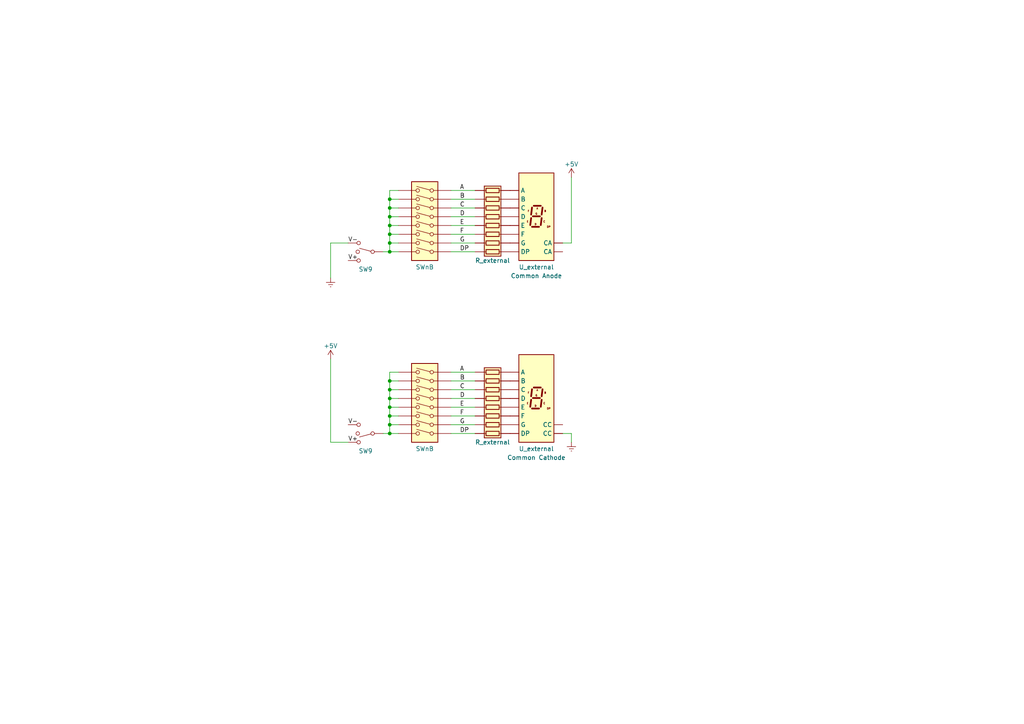
<source format=kicad_sch>
(kicad_sch (version 20211123) (generator eeschema)
  (paper "A4")
  (title_block (title "External Connection Diagram") (date "2022-08-13") (rev "v01") (comment 1 "https://creativecommons.org/licenses/by/4.0/") (comment 2 "License: CC BY 4.0") (comment 3 "Author: John Zhang"))
  (lib_symbols
    (symbol "Device:R_Pack08" (pin_numbers hide) (pin_names (offset 0) hide)
      (property "Reference" "RN" (at -12.7 0 90))
      (property "Value" "R_Pack08" (at 10.16 0 90))
      (symbol "R_Pack08_0_1"
        (rectangle (start -11.43 -2.413) (end 8.89 2.413) (stroke (width 0.254)) (fill (type background)))
        (rectangle (start -10.795 1.905) (end -9.525 -1.905) (stroke (width 0.254)))
        (rectangle (start -8.255 1.905) (end -6.985 -1.905) (stroke (width 0.254)))
        (rectangle (start -5.715 1.905) (end -4.445 -1.905) (stroke (width 0.254)))
        (rectangle (start -3.175 1.905) (end -1.905 -1.905) (stroke (width 0.254)))
        (rectangle (start -0.635 1.905) (end 0.635 -1.905) (stroke (width 0.254)))
        (polyline (pts (xy -10.16 -2.54) (xy -10.16 -1.905)))
        (polyline (pts (xy -10.16 1.905) (xy -10.16 2.54)))
        (polyline (pts (xy -7.62 -2.54) (xy -7.62 -1.905)))
        (polyline (pts (xy -7.62 1.905) (xy -7.62 2.54)))
        (polyline (pts (xy -5.08 -2.54) (xy -5.08 -1.905)))
        (polyline (pts (xy -5.08 1.905) (xy -5.08 2.54)))
        (polyline (pts (xy -2.54 -2.54) (xy -2.54 -1.905)))
        (polyline (pts (xy -2.54 1.905) (xy -2.54 2.54)))
        (polyline (pts (xy 0 -2.54) (xy 0 -1.905)))
        (polyline (pts (xy 0 1.905) (xy 0 2.54)))
        (polyline (pts (xy 2.54 -2.54) (xy 2.54 -1.905)))
        (polyline (pts (xy 2.54 1.905) (xy 2.54 2.54)))
        (polyline (pts (xy 5.08 -2.54) (xy 5.08 -1.905)))
        (polyline (pts (xy 5.08 1.905) (xy 5.08 2.54)))
        (polyline (pts (xy 7.62 -2.54) (xy 7.62 -1.905)))
        (polyline (pts (xy 7.62 1.905) (xy 7.62 2.54)))
        (rectangle (start 1.905 1.905) (end 3.175 -1.905) (stroke (width 0.254)))
        (rectangle (start 4.445 1.905) (end 5.715 -1.905) (stroke (width 0.254)))
        (rectangle (start 6.985 1.905) (end 8.255 -1.905) (stroke (width 0.254)))
      )
      (symbol "R_Pack08_1_1"
        (pin passive line (at -10.16 -5.08 90) (length 2.54) (name "R1.1") (number "1"))
        (pin passive line (at 5.08 5.08 270) (length 2.54) (name "R7.2") (number "10"))
        (pin passive line (at 2.54 5.08 270) (length 2.54) (name "R6.2") (number "11"))
        (pin passive line (at 0 5.08 270) (length 2.54) (name "R5.2") (number "12"))
        (pin passive line (at -2.54 5.08 270) (length 2.54) (name "R4.2") (number "13"))
        (pin passive line (at -5.08 5.08 270) (length 2.54) (name "R3.2") (number "14"))
        (pin passive line (at -7.62 5.08 270) (length 2.54) (name "R2.2") (number "15"))
        (pin passive line (at -10.16 5.08 270) (length 2.54) (name "R1.2") (number "16"))
        (pin passive line (at -7.62 -5.08 90) (length 2.54) (name "R2.1") (number "2"))
        (pin passive line (at -5.08 -5.08 90) (length 2.54) (name "R3.1") (number "3"))
        (pin passive line (at -2.54 -5.08 90) (length 2.54) (name "R4.1") (number "4"))
        (pin passive line (at 0 -5.08 90) (length 2.54) (name "R5.1") (number "5"))
        (pin passive line (at 2.54 -5.08 90) (length 2.54) (name "R6.1") (number "6"))
        (pin passive line (at 5.08 -5.08 90) (length 2.54) (name "R7.1") (number "7"))
        (pin passive line (at 7.62 -5.08 90) (length 2.54) (name "R8.1") (number "8"))
        (pin passive line (at 7.62 5.08 270) (length 2.54) (name "R8.2") (number "9"))
      )
    )
    (symbol "Display_Character:HDSP-7801" (pin_numbers hide)
      (property "Reference" "U" (at -3.81 13.97 0))
      (property "Value" "HDSP-7801" (at 6.35 13.97 0))
      (symbol "HDSP-7801_1_0"
        (text "A" (at 0.254 2.413 0) (effects (font (size 0.508 0.508))))
        (text "B" (at 2.54 1.651 0) (effects (font (size 0.508 0.508))))
        (text "C" (at 2.286 -1.397 0) (effects (font (size 0.508 0.508))))
        (text "D" (at -0.254 -2.159 0) (effects (font (size 0.508 0.508))))
        (text "DP" (at 3.556 -2.921 0) (effects (font (size 0.508 0.508))))
        (text "E" (at -2.54 -1.397 0) (effects (font (size 0.508 0.508))))
        (text "F" (at -2.286 1.651 0) (effects (font (size 0.508 0.508))))
        (text "G" (at 0 0.889 0) (effects (font (size 0.508 0.508))))
      )
      (symbol "HDSP-7801_1_1"
        (rectangle (start -5.08 12.7) (end 5.08 -12.7) (stroke (width 0.254)) (fill (type background)))
        (polyline (pts (xy -1.524 -0.381) (xy -1.778 -2.413)) (stroke (width 0.508)))
        (polyline (pts (xy -1.27 -2.921) (xy 0.762 -2.921)) (stroke (width 0.508)))
        (polyline (pts (xy -1.27 2.667) (xy -1.524 0.635)) (stroke (width 0.508)))
        (polyline (pts (xy -1.016 0.127) (xy 1.016 0.127)) (stroke (width 0.508)))
        (polyline (pts (xy -0.762 3.175) (xy 1.27 3.175)) (stroke (width 0.508)))
        (polyline (pts (xy 1.524 -0.381) (xy 1.27 -2.413)) (stroke (width 0.508)))
        (polyline (pts (xy 1.778 2.667) (xy 1.524 0.635)) (stroke (width 0.508)))
        (polyline (pts (xy 2.54 -2.921) (xy 2.54 -2.921)) (stroke (width 0.508)))
        (pin input line (at 7.62 -7.62 180) (length 2.54) (name "CA") (number "1"))
        (pin input line (at -7.62 7.62 0) (length 2.54) (name "A") (number "10"))
        (pin input line (at -7.62 -5.08 0) (length 2.54) (name "F") (number "2"))
        (pin input line (at -7.62 -7.62 0) (length 2.54) (name "G") (number "3"))
        (pin input line (at -7.62 -2.54 0) (length 2.54) (name "E") (number "4"))
        (pin input line (at -7.62 0 0) (length 2.54) (name "D") (number "5"))
        (pin input line (at 7.62 -10.16 180) (length 2.54) (name "CA") (number "6"))
        (pin input line (at -7.62 -10.16 0) (length 2.54) (name "DP") (number "7"))
        (pin input line (at -7.62 2.54 0) (length 2.54) (name "C") (number "8"))
        (pin input line (at -7.62 5.08 0) (length 2.54) (name "B") (number "9"))
      )
    )
    (symbol "Display_Character:HDSP-7803" (pin_numbers hide)
      (property "Reference" "U" (at -3.81 13.97 0))
      (property "Value" "HDSP-7803" (at 6.35 13.97 0))
      (symbol "HDSP-7803_1_0"
        (text "A" (at 0.254 2.413 0) (effects (font (size 0.508 0.508))))
        (text "B" (at 2.54 1.651 0) (effects (font (size 0.508 0.508))))
        (text "C" (at 2.286 -1.397 0) (effects (font (size 0.508 0.508))))
        (text "D" (at -0.254 -2.159 0) (effects (font (size 0.508 0.508))))
        (text "DP" (at 3.556 -2.921 0) (effects (font (size 0.508 0.508))))
        (text "E" (at -2.54 -1.397 0) (effects (font (size 0.508 0.508))))
        (text "F" (at -2.286 1.651 0) (effects (font (size 0.508 0.508))))
        (text "G" (at 0 0.889 0) (effects (font (size 0.508 0.508))))
      )
      (symbol "HDSP-7803_1_1"
        (rectangle (start -5.08 12.7) (end 5.08 -12.7) (stroke (width 0.254)) (fill (type background)))
        (polyline (pts (xy -1.524 -0.381) (xy -1.778 -2.413)) (stroke (width 0.508)))
        (polyline (pts (xy -1.27 -2.921) (xy 0.762 -2.921)) (stroke (width 0.508)))
        (polyline (pts (xy -1.27 2.667) (xy -1.524 0.635)) (stroke (width 0.508)))
        (polyline (pts (xy -1.016 0.127) (xy 1.016 0.127)) (stroke (width 0.508)))
        (polyline (pts (xy -0.762 3.175) (xy 1.27 3.175)) (stroke (width 0.508)))
        (polyline (pts (xy 1.524 -0.381) (xy 1.27 -2.413)) (stroke (width 0.508)))
        (polyline (pts (xy 1.778 2.667) (xy 1.524 0.635)) (stroke (width 0.508)))
        (polyline (pts (xy 2.54 -2.921) (xy 2.54 -2.921)) (stroke (width 0.508)))
        (pin input line (at 7.62 -7.62 180) (length 2.54) (name "CC") (number "1"))
        (pin input line (at -7.62 7.62 0) (length 2.54) (name "A") (number "10"))
        (pin input line (at -7.62 -5.08 0) (length 2.54) (name "F") (number "2"))
        (pin input line (at -7.62 -7.62 0) (length 2.54) (name "G") (number "3"))
        (pin input line (at -7.62 -2.54 0) (length 2.54) (name "E") (number "4"))
        (pin input line (at -7.62 0 0) (length 2.54) (name "D") (number "5"))
        (pin input line (at 7.62 -10.16 180) (length 2.54) (name "CC") (number "6"))
        (pin input line (at -7.62 -10.16 0) (length 2.54) (name "DP") (number "7"))
        (pin input line (at -7.62 2.54 0) (length 2.54) (name "C") (number "8"))
        (pin input line (at -7.62 5.08 0) (length 2.54) (name "B") (number "9"))
      )
    )
    (symbol "SW_DIP_x08_1" (pin_numbers hide) (pin_names (offset 0) hide)
      (property "Reference" "SW" (at 0 13.97 0))
      (property "Value" "SW_DIP_x08_1" (at 0 -11.43 0))
      (symbol "SW_DIP_x08_1_0_0"
        (circle (center -2.032 -7.62) (radius 0.508))
        (circle (center -2.032 -5.08) (radius 0.508))
        (circle (center -2.032 -2.54) (radius 0.508))
        (circle (center -2.032 0) (radius 0.508))
        (circle (center -2.032 2.54) (radius 0.508))
        (circle (center -2.032 5.08) (radius 0.508))
        (circle (center -2.032 7.62) (radius 0.508))
        (circle (center -2.032 10.16) (radius 0.508))
        (polyline (pts (xy -1.524 -7.4676) (xy 2.3622 -6.4262)))
        (polyline (pts (xy -1.524 -4.9276) (xy 2.3622 -3.8862)))
        (polyline (pts (xy -1.524 -2.3876) (xy 2.3622 -1.3462)))
        (polyline (pts (xy -1.524 0.127) (xy 2.3622 1.1684)))
        (polyline (pts (xy -1.524 2.667) (xy 2.3622 3.7084)))
        (polyline (pts (xy -1.524 5.207) (xy 2.3622 6.2484)))
        (polyline (pts (xy -1.524 7.747) (xy 2.3622 8.7884)))
        (polyline (pts (xy -1.524 10.287) (xy 2.3622 11.3284)))
        (circle (center 2.032 -7.62) (radius 0.508))
        (circle (center 2.032 -5.08) (radius 0.508))
        (circle (center 2.032 -2.54) (radius 0.508))
        (circle (center 2.032 0) (radius 0.508))
        (circle (center 2.032 2.54) (radius 0.508))
        (circle (center 2.032 5.08) (radius 0.508))
        (circle (center 2.032 7.62) (radius 0.508))
        (circle (center 2.032 10.16) (radius 0.508))
      )
      (symbol "SW_DIP_x08_1_0_1"
        (rectangle (start -3.81 12.7) (end 3.81 -10.16) (stroke (width 0.254)) (fill (type background)))
      )
      (symbol "SW_DIP_x08_1_1_1"
        (pin passive line (at -7.62 10.16 0) (length 5.08) (name "~") (number "1"))
        (pin passive line (at 7.62 -5.08 180) (length 5.08) (name "~") (number "10"))
        (pin passive line (at 7.62 -2.54 180) (length 5.08) (name "~") (number "11"))
        (pin passive line (at 7.62 0 180) (length 5.08) (name "~") (number "12"))
        (pin passive line (at 7.62 2.54 180) (length 5.08) (name "~") (number "13"))
        (pin passive line (at 7.62 5.08 180) (length 5.08) (name "~") (number "14"))
        (pin passive line (at 7.62 7.62 180) (length 5.08) (name "~") (number "15"))
        (pin passive line (at 7.62 10.16 180) (length 5.08) (name "~") (number "16"))
        (pin passive line (at -7.62 7.62 0) (length 5.08) (name "~") (number "2"))
        (pin passive line (at -7.62 5.08 0) (length 5.08) (name "~") (number "3"))
        (pin passive line (at -7.62 2.54 0) (length 5.08) (name "~") (number "4"))
        (pin passive line (at -7.62 0 0) (length 5.08) (name "~") (number "5"))
        (pin passive line (at -7.62 -2.54 0) (length 5.08) (name "~") (number "6"))
        (pin passive line (at -7.62 -5.08 0) (length 5.08) (name "~") (number "7"))
        (pin passive line (at -7.62 -7.62 0) (length 5.08) (name "~") (number "8"))
        (pin passive line (at 7.62 -7.62 180) (length 5.08) (name "~") (number "9"))
      )
    )
    (symbol "SW_SPDT_MSM_1" (pin_numbers hide) (pin_names (offset 0) hide)
      (property "Reference" "SW" (at 0 5.08 0))
      (property "Value" "SW_SPDT_MSM_1" (at 0 -5.08 0))
      (symbol "SW_SPDT_MSM_1_0_0"
        (circle (center -2.032 0) (radius 0.508))
        (polyline (pts (xy -1.524 0.127) (xy 1.778 1.016)))
        (circle (center 2.032 -2.54) (radius 0.508))
      )
      (symbol "SW_SPDT_MSM_1_0_1"
        (circle (center 2.032 2.54) (radius 0.508))
        (circle (center 2.286 0) (radius 0.508))
      )
      (symbol "SW_SPDT_MSM_1_1_1"
        (pin passive line (at 5.08 2.54 180) (length 2.54) (name "1") (number "1"))
        (pin passive line (at -5.08 0 0) (length 2.54) (name "2") (number "2"))
        (pin passive line (at 5.08 -2.54 180) (length 2.54) (name "3") (number "3"))
      )
    )
    (symbol "Switch:SW_SPDT_MSM" (pin_numbers hide) (pin_names (offset 0) hide)
      (property "Reference" "SW" (at 0 5.08 0))
      (property "Value" "SW_SPDT_MSM" (at 0 -5.08 0))
      (symbol "SW_SPDT_MSM_0_0"
        (circle (center -2.032 0) (radius 0.508))
        (polyline (pts (xy -1.524 0.127) (xy 1.778 1.016)))
        (circle (center 2.032 -2.54) (radius 0.508))
      )
      (symbol "SW_SPDT_MSM_0_1"
        (circle (center 2.032 2.54) (radius 0.508))
        (circle (center 2.286 0) (radius 0.508))
      )
      (symbol "SW_SPDT_MSM_1_1"
        (pin passive line (at 5.08 2.54 180) (length 2.54) (name "1") (number "1"))
        (pin passive line (at -5.08 0 0) (length 2.54) (name "2") (number "2"))
        (pin passive line (at 5.08 -2.54 180) (length 2.54) (name "3") (number "3"))
      )
    )
    (symbol "power:+5V" (power) (pin_names (offset 0))
      (property "Value" "+5V" (at 0 3.556 0))
      (symbol "+5V_0_1"
        (polyline (pts (xy -0.762 1.27) (xy 0 2.54)))
        (polyline (pts (xy 0 0) (xy 0 2.54)))
        (polyline (pts (xy 0 2.54) (xy 0.762 1.27)))
      )
      (symbol "+5V_1_1"
        (pin power_in line (at 0 0 90) (length 0) hide (name "+5V") (number "1"))
      )
    )
    (symbol "power:Earth" (power) (pin_names (offset 0))
      (symbol "Earth_0_1"
        (polyline (pts (xy -0.635 -1.905) (xy 0.635 -1.905)))
        (polyline (pts (xy -0.127 -2.54) (xy 0.127 -2.54)))
        (polyline (pts (xy 0 -1.27) (xy 0 0)))
        (polyline (pts (xy 1.27 -1.27) (xy -1.27 -1.27)))
      )
      (symbol "Earth_1_1"
        (pin power_in line (at 0 0 270) (length 0) hide (name "Earth") (number "1"))
      )
    )
  )
  (junction (at 113.03 123.19))
  (junction (at 113.03 57.785))
  (junction (at 113.03 113.03))
  (junction (at 113.03 60.325))
  (junction (at 113.03 115.57))
  (junction (at 113.03 67.945))
  (junction (at 113.03 120.65))
  (junction (at 113.03 118.11))
  (junction (at 113.03 110.49))
  (junction (at 113.03 62.865))
  (junction (at 113.03 70.485))
  (junction (at 113.03 125.73))
  (junction (at 113.03 65.405))
  (junction (at 113.03 73.025))
  (wire (pts (xy 113.03 110.49) (xy 113.03 113.03)))
  (wire (pts (xy 95.885 70.485) (xy 95.885 80.645)))
  (wire (pts (xy 113.03 57.785) (xy 113.03 60.325)))
  (wire (pts (xy 130.81 57.785) (xy 137.795 57.785)))
  (wire (pts (xy 115.57 55.245) (xy 113.03 55.245)))
  (wire (pts (xy 113.03 110.49) (xy 115.57 110.49)))
  (wire (pts (xy 95.885 70.485) (xy 100.965 70.485)))
  (wire (pts (xy 113.03 62.865) (xy 115.57 62.865)))
  (wire (pts (xy 163.195 70.485) (xy 165.735 70.485)))
  (wire (pts (xy 113.03 107.95) (xy 113.03 110.49)))
  (wire (pts (xy 113.03 62.865) (xy 113.03 65.405)))
  (wire (pts (xy 130.81 115.57) (xy 137.795 115.57)))
  (wire (pts (xy 113.03 57.785) (xy 115.57 57.785)))
  (wire (pts (xy 113.03 120.65) (xy 115.57 120.65)))
  (wire (pts (xy 111.125 125.73) (xy 113.03 125.73)))
  (wire (pts (xy 130.81 62.865) (xy 137.795 62.865)))
  (wire (pts (xy 113.03 115.57) (xy 113.03 118.11)))
  (wire (pts (xy 115.57 107.95) (xy 113.03 107.95)))
  (wire (pts (xy 130.81 67.945) (xy 137.795 67.945)))
  (wire (pts (xy 130.81 120.65) (xy 137.795 120.65)))
  (wire (pts (xy 130.81 118.11) (xy 137.795 118.11)))
  (wire (pts (xy 130.81 123.19) (xy 137.795 123.19)))
  (wire (pts (xy 130.81 73.025) (xy 137.795 73.025)))
  (wire (pts (xy 130.81 110.49) (xy 137.795 110.49)))
  (wire (pts (xy 130.81 65.405) (xy 137.795 65.405)))
  (wire (pts (xy 113.03 70.485) (xy 115.57 70.485)))
  (wire (pts (xy 113.03 67.945) (xy 113.03 70.485)))
  (wire (pts (xy 113.03 118.11) (xy 115.57 118.11)))
  (wire (pts (xy 113.03 55.245) (xy 113.03 57.785)))
  (wire (pts (xy 113.03 67.945) (xy 115.57 67.945)))
  (wire (pts (xy 113.03 115.57) (xy 115.57 115.57)))
  (wire (pts (xy 130.81 113.03) (xy 137.795 113.03)))
  (wire (pts (xy 113.03 123.19) (xy 113.03 125.73)))
  (wire (pts (xy 165.735 128.27) (xy 165.735 125.73)))
  (wire (pts (xy 113.03 60.325) (xy 115.57 60.325)))
  (wire (pts (xy 113.03 70.485) (xy 113.03 73.025)))
  (wire (pts (xy 113.03 123.19) (xy 115.57 123.19)))
  (wire (pts (xy 113.03 65.405) (xy 115.57 65.405)))
  (wire (pts (xy 113.03 113.03) (xy 115.57 113.03)))
  (wire (pts (xy 113.03 65.405) (xy 113.03 67.945)))
  (wire (pts (xy 113.03 120.65) (xy 113.03 123.19)))
  (wire (pts (xy 130.81 125.73) (xy 137.795 125.73)))
  (wire (pts (xy 165.735 51.435) (xy 165.735 70.485)))
  (wire (pts (xy 113.03 73.025) (xy 115.57 73.025)))
  (wire (pts (xy 130.81 60.325) (xy 137.795 60.325)))
  (wire (pts (xy 113.03 60.325) (xy 113.03 62.865)))
  (wire (pts (xy 111.125 73.025) (xy 113.03 73.025)))
  (wire (pts (xy 130.81 55.245) (xy 137.795 55.245)))
  (wire (pts (xy 113.03 118.11) (xy 113.03 120.65)))
  (wire (pts (xy 165.735 125.73) (xy 163.195 125.73)))
  (wire (pts (xy 130.81 70.485) (xy 137.795 70.485)))
  (wire (pts (xy 95.885 128.27) (xy 100.965 128.27)))
  (wire (pts (xy 113.03 125.73) (xy 115.57 125.73)))
  (wire (pts (xy 113.03 113.03) (xy 113.03 115.57)))
  (wire (pts (xy 95.885 104.14) (xy 95.885 128.27)))
  (wire (pts (xy 130.81 107.95) (xy 137.795 107.95)))
  (label "E" (at 133.35 65.405 0))
  (label "V-" (at 100.965 70.485 0))
  (label "B" (at 133.35 57.785 0))
  (label "E" (at 133.35 118.11 0))
  (label "DP" (at 133.35 125.73 0))
  (label "V+" (at 100.965 128.27 0))
  (label "V-" (at 100.965 123.19 0))
  (label "A" (at 133.35 55.245 0))
  (label "DP" (at 133.35 73.025 0))
  (label "G" (at 133.35 70.485 0))
  (label "D" (at 133.35 115.57 0))
  (label "D" (at 133.35 62.865 0))
  (label "F" (at 133.35 120.65 0))
  (label "C" (at 133.35 113.03 0))
  (label "B" (at 133.35 110.49 0))
  (label "G" (at 133.35 123.19 0))
  (label "F" (at 133.35 67.945 0))
  (label "C" (at 133.35 60.325 0))
  (label "A" (at 133.35 107.95 0))
  (label "V+" (at 100.965 75.565 0))
  (symbol (lib_id "power:Earth") (at 95.885 80.645 0) (unit 1)
    (property "Reference" "#PWR?" (effects hide))
    (property "Value" "Earth" (effects hide))
  )
  (symbol (lib_id "Display_Character:HDSP-7801") (at 155.575 62.865 0) (unit 1)
    (property "Reference" "U_external" (at 155.575 77.47 0))
    (property "Value" "Common Anode" (at 155.575 80.01 0))
    (property "Footprint" "Display_7Segment:HDSP-7801" (effects hide))
    (property "Datasheet" "https://docs.broadcom.com/docs/AV02-2553EN" (effects hide))
  )
  (symbol (lib_id "power:+5V") (at 165.735 51.435 0) (unit 1)
    (property "Reference" "#PWR?" (effects hide))
    (property "Value" "+5V" (at 165.735 47.625 0))
  )
  (symbol (lib_name "SW_SPDT_MSM_1") (lib_id "Switch:SW_SPDT_MSM") (at 106.045 73.025 0) (mirror y) (unit 1)
    (property "Reference" "SW9" (at 106.045 78.105 0))
    (property "Value" "SW_SPDT" (effects hide))
  )
  (symbol (lib_name "SW_DIP_x08_1") (lib_id "Switch:SW_DIP_x08") (at 123.19 118.11 0) (mirror y) (unit 1)
    (property "Reference" "SWnB" (at 123.19 130.175 0))
    (property "Value" "SW_DIP_x08" (effects hide))
  )
  (symbol (lib_id "Device:R_Pack08") (at 142.875 115.57 90) (unit 1)
    (property "Reference" "R_external" (at 142.875 128.27 90))
    (property "Value" "R_Pack08" (effects hide))
  )
  (symbol (lib_id "Display_Character:HDSP-7803") (at 155.575 115.57 0) (unit 1)
    (property "Reference" "U_external" (at 155.575 130.175 0))
    (property "Value" "Common Cathode" (at 155.575 132.715 0))
    (property "Footprint" "Display_7Segment:HDSP-7801" (effects hide))
    (property "Datasheet" "https://docs.broadcom.com/docs/AV02-2553EN" (effects hide))
  )
  (symbol (lib_id "Device:R_Pack08") (at 142.875 62.865 90) (unit 1)
    (property "Reference" "R_external" (at 142.875 75.565 90))
    (property "Value" "R_Pack08" (effects hide))
  )
  (symbol (lib_id "power:Earth") (at 165.735 128.27 0) (unit 1)
    (property "Reference" "#PWR?" (effects hide))
    (property "Value" "Earth" (effects hide))
  )
  (symbol (lib_id "Switch:SW_SPDT_MSM") (at 106.045 125.73 180) (unit 1)
    (property "Reference" "SW9" (at 106.045 130.81 0))
    (property "Value" "SW_SPDT" (effects hide))
  )
  (symbol (lib_name "SW_DIP_x08_1") (lib_id "Switch:SW_DIP_x08") (at 123.19 65.405 0) (mirror y) (unit 1)
    (property "Reference" "SWnB" (at 123.19 77.47 0))
    (property "Value" "SW_DIP_x08" (effects hide))
  )
  (symbol (lib_id "power:+5V") (at 95.885 104.14 0) (unit 1)
    (property "Reference" "#PWR?" (effects hide))
    (property "Value" "+5V" (at 95.885 100.33 0))
  )
)
</source>
